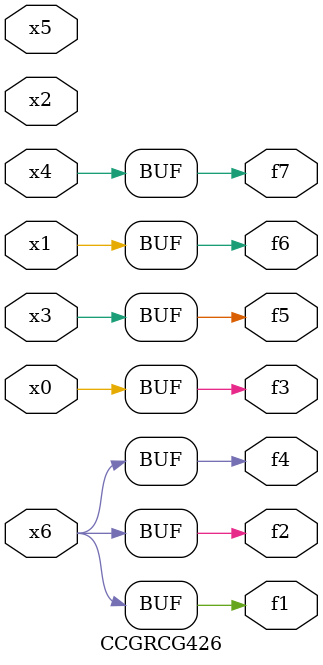
<source format=v>
module CCGRCG426(
	input x0, x1, x2, x3, x4, x5, x6,
	output f1, f2, f3, f4, f5, f6, f7
);
	assign f1 = x6;
	assign f2 = x6;
	assign f3 = x0;
	assign f4 = x6;
	assign f5 = x3;
	assign f6 = x1;
	assign f7 = x4;
endmodule

</source>
